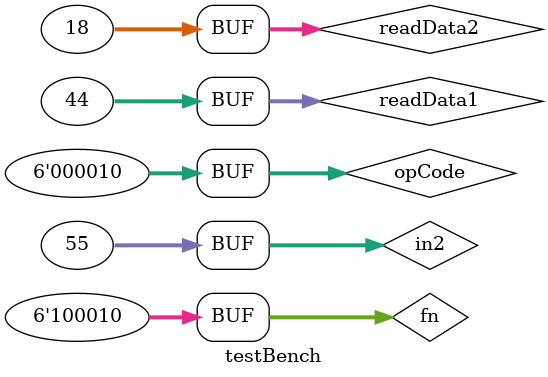
<source format=v>
module control(regDst, jump, branch, memRead, memToReg, ALUop, memWrite, ALUSrc, regWrite, opCode);

input[5:0] opCode;
output reg regDst,jump,branch,memRead,memToReg,memWrite,ALUSrc,regWrite;
output reg[2:0] ALUop;

always @(opCode)

begin


if(opCode==6'b000000) //R type 
begin
regDst<=1'b1;
jump<=1'b0;
branch<=1'b0;
memRead<=1'b0;
memToReg<=1'b0;
ALUop<=3'b010;
memWrite<=1'b0;
ALUSrc<=1'b0;
regWrite<=1'b1;
end


else if(opCode==6'b000100) //beq
begin
regDst<=1'bx;
jump<=1'b0;
branch<=1'b1;
memRead<=1'b0;
memToReg<=1'bx;
ALUop<=3'b001; //subtract 
memWrite<=1'b0;
ALUSrc<=1'b0;
regWrite<=1'b0;
end

else if(opCode==6'b001000) //addi 
begin
regDst<=1'b0;
jump<=1'b0;
branch<=1'b0;
memRead<=1'b0;
memToReg<=1'b0;
ALUop<=3'b000;
memWrite<=1'b0;
ALUSrc<=1'b1;
regWrite<=1'b1;
end

else if(opCode==6'b001101) //ori 
begin
regDst<=1'b0;
jump<=1'b0;
branch<=1'b0;
memRead<=1'b0;
memToReg<=1'b0;
ALUop<=3'b100; 
memWrite<=1'b0;
ALUSrc<=1'b1;
regWrite<=1'b1;
end

else if(opCode==6'b101011) //sw 
begin
regDst<=1'bx;
jump<=1'b0;
branch<=1'b0;
memRead<=1'b0;
memToReg<=1'bx;
ALUop<=3'b000; 
memWrite<=1'b1;
ALUSrc<=1'b1;
regWrite<=1'b0;
end

else if(opCode==6'b100011) //lw
begin
regDst<=1'b0;
jump<=1'b0;
branch<=1'b0;
memRead<=1'b1;
memToReg<=1'b1;
ALUop<=3'b000; 
memWrite<=1'b0;
ALUSrc<=1'b1;
regWrite<=1'b1;
end

else if(opCode==6'b000010) //j
begin
regDst<=1'bx;
jump<=1'b1;
branch<=1'b0;
memRead<=1'b0;
memToReg<=1'bx;
ALUop<=3'bxxx; 
memWrite<=1'b0;
ALUSrc<=1'bx;
regWrite<=1'b0;
end


else
begin
regDst<=1'bx;
jump<=1'b0;
branch<=1'b0;
memRead<=1'b0;
memToReg<=1'bx;
ALUop<=3'bxxx; 
memWrite<=1'b0;
ALUSrc<=1'bx;
regWrite<=1'b0;
end


end

endmodule
// MIPS ALU

module MIPSALU (ctl, readData1, lowerIn, shamt, ALUresult, zero);
// lowerIn is the mux output

input [3:0] ctl;
input [31:0] readData1,lowerIn;
input [4:0] shamt;
output reg [31:0] ALUresult;
output zero;

// Zero flag equals 1. if the output equals zero
assign zero = (ALUresult == 0);

always @ (ctl, readData1, lowerIn)
 case(ctl)
	0:ALUresult <= readData1 & lowerIn;		//and
	1:ALUresult <= readData1 | lowerIn;		//or (ori)
	2:ALUresult <= readData1 + lowerIn;		//add (lw, sw, addi)
	6:ALUresult <= readData1 - lowerIn;		//sub (beq)
	7:ALUresult <= readData1 < lowerIn ? 1:0;	//slt
	//12:ALUresult <= ~ (readData1 | lowerIn);	//nor
	14:ALUresult <= lowerIn >> shamt;		//sll
	default:ALUresult <= 0;
 endcase
endmodule

module ALUcontol (fn, ALUop, ctl);

input [2:0] ALUop;
input [5:0] fn;
output reg [3:0] ctl;

always @ (fn, ALUop)
// Add for load and stores
 if (ALUop == 3'b000)
 begin
	ctl <= 2;
 end
// Subtract for beq
 else if (ALUop == 3'b001)
 begin
	ctl <= 6;
 end
// Determined by funct for R-format
else if (ALUop == 3'b010)
 begin
   case(fn)
	32:ctl <= 2;	//add
	34:ctl <= 6;	//sub
	36:ctl <= 0;	//and
	37:ctl <= 1;	//or
	42:ctl <= 7;	//slt
	0:ctl <= 14;	//sll
	default:ctl <= 0;
   endcase
 end
// add for addi
else if (ALUop == 3'b011)
 begin
	ctl <= 0;
 end
// or for ori
else if (ALUop == 3'b100)
 begin
	ctl <= 1;
 end
// sub for beq
else if (ALUop == 3'b101)
 begin
	ctl <= 1;
 end

else
	ctl <= 1;
endmodule

module ALUMux (MUXout, readData2, in2, ALUSrc);

output [31:0] MUXout;
input [31:0] readData2, in2;
input ALUSrc;
assign  MUXout = (ALUSrc == 1'b0)? readData2:
		 (ALUSrc == 1'b1)? in2:
		1'bx;
endmodule

module testBench();

// All must be 32-bits, or it will simulate with warnings, but with misleading numbers
// Input must be readData1 reg in testing

reg [5:0] opCode;
reg [31:0] readData1, lowerIn;
reg [4:0] shamt;
reg [5:0] fn;
reg [31:0] readData2;
reg [31:0] in2;

// Outpt must be readData1 wire in testing (may not type wire)
wire [31:0] ALUresult;
wire [3:0] ctl;
wire regDst, jump, branch, memRead, memToReg, memWrite, ALUSrc, regWrite, zero;
wire [31:0] MUXout;
wire [2:0] ALUop;

initial 

begin

$monitor ("readData1=%d,lowerIn=%d,fn=%d,ctl=%b,zero=%b,ALUresult=%d,opcode=%d ->regDst=%b,jump=%b,branch=%b,memRead=%b,memToReg=%b,ALUop=%b,memWrite=%b,ALUSrc=%b,regWrite=%b",
	   readData1,MUXout, fn,ctl, zero,ALUresult, opCode, regDst,jump,branch,memRead, memToReg,ALUop,memWrite,ALUSrc,regWrite);

opCode=6'b000000;
fn =32;
readData1=34;
readData2=47;
in2=55;

#5

opCode=6'b101011;
fn =34;
readData1=44;
readData2=18;
in2=55;

#5

opCode=6'b000100;
fn =36;
readData1=4515;
readData2=777;
in2=55;

#5
opCode=6'b001000;
fn =37;
readData1=80;
readData2=2;
in2=55;

#5

opCode=6'b001101;
fn =42;
readData1=9584;
readData2=1888;
in2=55;

#5

opCode=6'b100011;
fn =34;
readData1=44;
readData2=18;
in2=55;

#5

opCode=6'b100011;
fn =34;
readData1=44;
readData2=18;
in2=55;

#5

opCode=6'b000010;
fn =34;
readData1=44;
readData2=18;
in2=55;

#5

opCode=6'b000010;
fn =34;
readData1=44;
readData2=18;
in2=55;

#5
opCode =6'b000010;
readData1=44;
readData2=18;
in2=55;

end

MIPSALU m1 (ctl, readData1, MUXout, shamt, ALUresult, zero);
ALUcontol c1 (fn, ALUop, ctl);
ALUMux mux1(MUXout, readData2, in2, ALUSrc);
control t1 (regDst, jump, branch, memRead, memToReg, ALUop, memWrite, ALUSrc, regWrite, opCode);
endmodule



</source>
